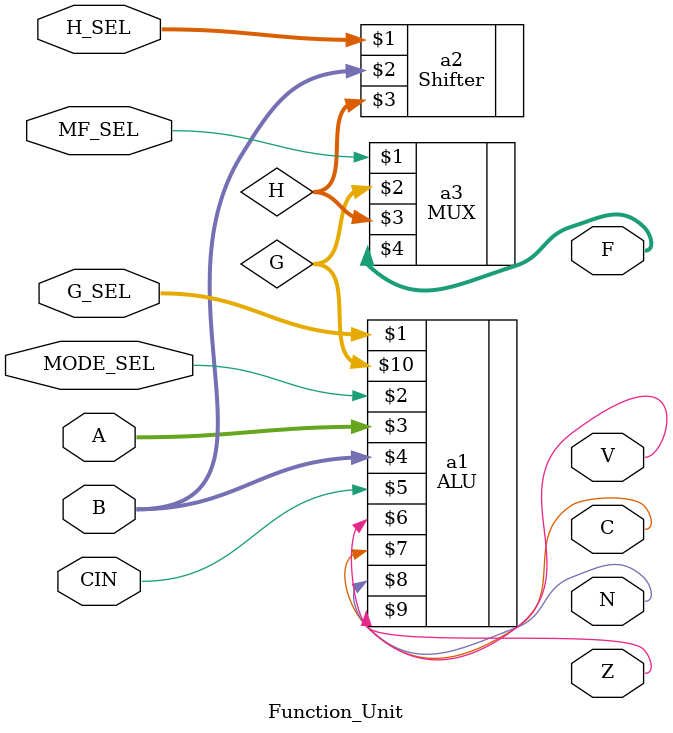
<source format=v>
`timescale 1ns / 1ps


module Function_Unit(
    input [15:0] A,
    input [15:0] B,
    input CIN,
    input [1:0] G_SEL, H_SEL,
    input MF_SEL,
    input MODE_SEL,
    output V, C, N, Z,
    output [15:0] F
    );
    
    wire [15:0] G, H;
    
    ALU a1(G_SEL,MODE_SEL,A,B,CIN,V,C,N,Z,G); // Arithmetic/Logic Unit
    
    Shifter a2(H_SEL, B, H); // 1 bit shifter
    
    MUX a3(MF_SEL, G, H, F); // Selector for ALU or Shifter output
    
endmodule

</source>
